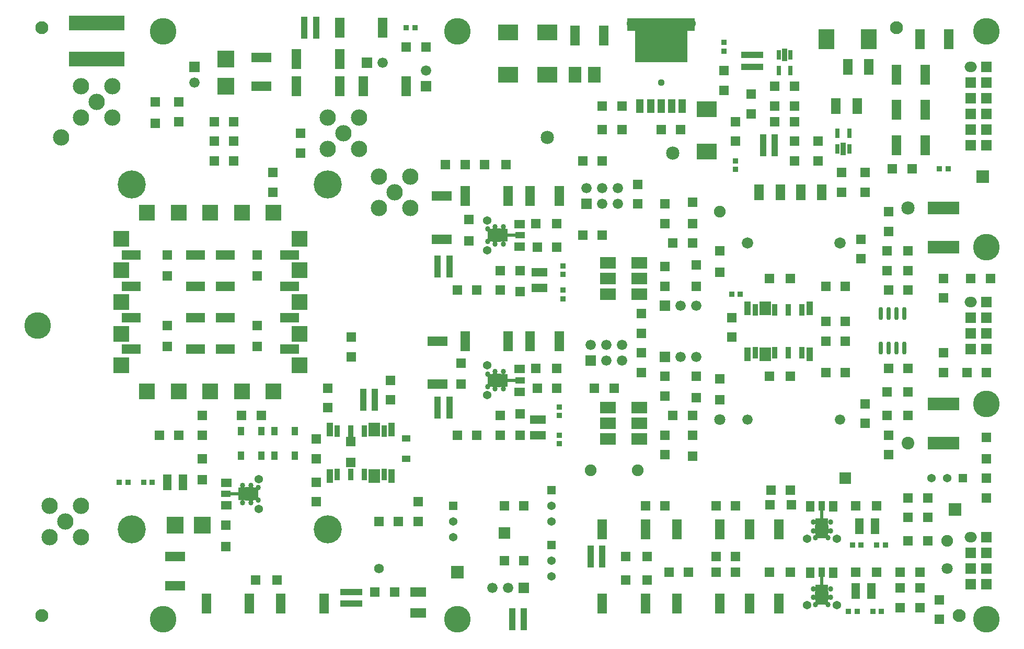
<source format=gts>
*%FSLAX24Y24*%
*%MOIN*%
G01*
%ADD11C,0.0000*%
%ADD12C,0.0050*%
%ADD13C,0.0060*%
%ADD14C,0.0073*%
%ADD15C,0.0080*%
%ADD16C,0.0098*%
%ADD17C,0.0100*%
%ADD18C,0.0120*%
%ADD19C,0.0150*%
%ADD20C,0.0160*%
%ADD21C,0.0160*%
%ADD22C,0.0200*%
%ADD23C,0.0240*%
%ADD24O,0.0240X0.0800*%
%ADD25C,0.0250*%
%ADD26O,0.0280X0.0840*%
%ADD27C,0.0300*%
%ADD28C,0.0300*%
%ADD29C,0.0320*%
%ADD30C,0.0340*%
%ADD31C,0.0360*%
%ADD32C,0.0380*%
%ADD33C,0.0394*%
%ADD34C,0.0400*%
%ADD35C,0.0400*%
%ADD36C,0.0434*%
%ADD37C,0.0440*%
%ADD38C,0.0460*%
%ADD39C,0.0480*%
%ADD40C,0.0480*%
%ADD41C,0.0500*%
%ADD42C,0.0500*%
%ADD43C,0.0520*%
%ADD44C,0.0540*%
%ADD45C,0.0560*%
%ADD46C,0.0580*%
%ADD47C,0.0600*%
%ADD48C,0.0620*%
%ADD49C,0.0650*%
%ADD50C,0.0660*%
%ADD51C,0.0670*%
%ADD52C,0.0680*%
%ADD53C,0.0700*%
%ADD54C,0.0710*%
%ADD55C,0.0720*%
%ADD56O,0.0750X0.0620*%
%ADD57C,0.0750*%
%ADD58C,0.0760*%
%ADD59O,0.0790X0.0660*%
%ADD60C,0.0810*%
%ADD61C,0.0827*%
%ADD62C,0.0850*%
%ADD63C,0.0870*%
%ADD64C,0.1000*%
%ADD65C,0.1040*%
%ADD66C,0.1299*%
%ADD67C,0.1299*%
%ADD68C,0.1499*%
%ADD69C,0.1600*%
%ADD70C,0.1700*%
%ADD71C,0.1750*%
%ADD72C,0.1790*%
%ADD73C,0.2000*%
%ADD74C,0.2299*%
%ADD75C,0.2299*%
%ADD76R,0.0200X0.0200*%
%ADD77R,0.0200X0.0500*%
%ADD78R,0.0200X0.0650*%
%ADD79R,0.0200X0.1600*%
%ADD80R,0.0240X0.0700*%
%ADD81R,0.0280X0.0600*%
%ADD82R,0.0300X0.0300*%
%ADD83R,0.0300X0.0300*%
%ADD84R,0.0300X0.0600*%
%ADD85R,0.0300X0.0650*%
%ADD86R,0.0300X0.0700*%
%ADD87R,0.0315X0.0709*%
%ADD88R,0.0320X0.0560*%
%ADD89R,0.0320X0.0640*%
%ADD90R,0.0335X0.0758*%
%ADD91R,0.0340X0.0340*%
%ADD92R,0.0340X0.0700*%
%ADD93R,0.0340X0.0800*%
%ADD94R,0.0344X0.0787*%
%ADD95R,0.0344X0.0797*%
%ADD96R,0.0350X0.0700*%
%ADD97R,0.0350X0.0800*%
%ADD98R,0.0354X0.0787*%
%ADD99R,0.0355X0.0749*%
%ADD100R,0.0360X0.0600*%
%ADD101R,0.0360X0.1300*%
%ADD102R,0.0394X0.0827*%
%ADD103R,0.0400X0.0200*%
%ADD104R,0.0400X0.0400*%
%ADD105R,0.0400X0.0500*%
%ADD106R,0.0400X0.0640*%
%ADD107R,0.0400X0.0750*%
%ADD108R,0.0400X0.1350*%
%ADD109R,0.0420X0.0850*%
%ADD110R,0.0434X0.0867*%
%ADD111R,0.0440X0.0540*%
%ADD112R,0.0440X0.1390*%
%ADD113R,0.0460X0.0890*%
%ADD114R,0.0500X0.0200*%
%ADD115R,0.0500X0.0400*%
%ADD116R,0.0500X0.0500*%
%ADD117R,0.0500X0.0500*%
%ADD118R,0.0500X0.0850*%
%ADD119R,0.0500X0.1000*%
%ADD120R,0.0500X0.1200*%
%ADD121R,0.0540X0.0440*%
%ADD122R,0.0540X0.0540*%
%ADD123R,0.0540X0.0890*%
%ADD124R,0.0540X0.0960*%
%ADD125R,0.0540X0.1040*%
%ADD126R,0.0550X0.0650*%
%ADD127R,0.0550X0.0780*%
%ADD128R,0.0550X0.0800*%
%ADD129R,0.0560X0.0320*%
%ADD130R,0.0591X0.1260*%
%ADD131R,0.0600X0.0280*%
%ADD132R,0.0600X0.0360*%
%ADD133R,0.0600X0.0600*%
%ADD134R,0.0600X0.1000*%
%ADD135R,0.0600X0.1200*%
%ADD136R,0.0600X0.1250*%
%ADD137R,0.0620X0.0620*%
%ADD138R,0.0631X0.1300*%
%ADD139R,0.0640X0.0320*%
%ADD140R,0.0640X0.0400*%
%ADD141R,0.0640X0.0640*%
%ADD142R,0.0640X0.1040*%
%ADD143R,0.0640X0.1290*%
%ADD144R,0.0650X0.0200*%
%ADD145R,0.0650X0.0550*%
%ADD146R,0.0650X0.0650*%
%ADD147R,0.0660X0.0660*%
%ADD148R,0.0700X0.0700*%
%ADD149R,0.0700X0.0700*%
%ADD150R,0.0700X0.0900*%
%ADD151R,0.0709X0.0827*%
%ADD152R,0.0740X0.0740*%
%ADD153R,0.0749X0.0867*%
%ADD154R,0.0750X0.0400*%
%ADD155R,0.0750X0.0750*%
%ADD156R,0.0750X0.0750*%
%ADD157R,0.0750X0.0800*%
%ADD158R,0.0790X0.0790*%
%ADD159R,0.0800X0.0750*%
%ADD160R,0.0800X0.0800*%
%ADD161R,0.0800X0.0800*%
%ADD162R,0.0800X0.1000*%
%ADD163R,0.0800X0.1250*%
%ADD164R,0.0840X0.1040*%
%ADD165R,0.0850X0.0500*%
%ADD166R,0.0890X0.0540*%
%ADD167R,0.0900X0.0600*%
%ADD168R,0.0900X0.0900*%
%ADD169R,0.0940X0.0940*%
%ADD170R,0.0960X0.0540*%
%ADD171R,0.0960X0.0960*%
%ADD172R,0.0960X0.1220*%
%ADD173R,0.1000X0.0500*%
%ADD174R,0.1000X0.0600*%
%ADD175R,0.1000X0.0700*%
%ADD176R,0.1000X0.1000*%
%ADD177R,0.1000X0.1000*%
%ADD178R,0.1000X0.1250*%
%ADD179R,0.1040X0.0540*%
%ADD180R,0.1040X0.0640*%
%ADD181R,0.1040X0.0740*%
%ADD182R,0.1040X0.1040*%
%ADD183R,0.1040X0.1290*%
%ADD184R,0.1060X0.1060*%
%ADD185R,0.1140X0.0540*%
%ADD186R,0.1200X0.0500*%
%ADD187R,0.1200X0.0600*%
%ADD188R,0.1200X0.1200*%
%ADD189R,0.1220X0.0960*%
%ADD190R,0.1240X0.0640*%
%ADD191R,0.1250X0.0600*%
%ADD192R,0.1250X0.0800*%
%ADD193R,0.1250X0.1000*%
%ADD194R,0.1260X0.0591*%
%ADD195R,0.1290X0.0640*%
%ADD196R,0.1290X0.1040*%
%ADD197R,0.1300X0.0631*%
%ADD198R,0.1300X0.0360*%
%ADD199R,0.1350X0.0400*%
%ADD200R,0.1390X0.0440*%
%ADD201R,0.1500X0.1500*%
%ADD202R,0.1600X0.0200*%
%ADD203R,0.1600X0.2400*%
%ADD204R,0.1700X0.1700*%
%ADD205R,0.1800X0.1800*%
%ADD206R,0.1900X0.1900*%
%ADD207R,0.2000X0.0750*%
%ADD208R,0.2000X0.2000*%
%ADD209R,0.2040X0.0790*%
%ADD210R,0.2100X0.2100*%
%ADD211R,0.2200X0.2200*%
%ADD212R,0.2400X0.1600*%
%ADD213R,0.2500X0.2500*%
D11*
X90100Y62790D02*
D03*
Y52540D02*
D03*
X88850Y56290D02*
D03*
X90100Y41290D02*
D03*
Y44790D02*
D03*
X87850Y66290D02*
D03*
X87350Y63540D02*
D03*
X88350Y51040D02*
D03*
X87350Y48790D02*
D03*
X87100Y52790D02*
D03*
X87350Y62290D02*
D03*
X88600Y37040D02*
D03*
X88350Y46540D02*
D03*
X87350Y31790D02*
D03*
X87100Y45040D02*
D03*
X88350Y41290D02*
D03*
X87100Y29290D02*
D03*
X85100Y47340D02*
D03*
X86600Y59540D02*
D03*
X85600Y55040D02*
D03*
Y51790D02*
D03*
X86100Y52790D02*
D03*
X86600Y61040D02*
D03*
X85100Y38540D02*
D03*
X86100Y45040D02*
D03*
X86350Y35790D02*
D03*
Y34290D02*
D03*
Y32540D02*
D03*
X84350Y65790D02*
D03*
X84600Y63540D02*
D03*
Y49940D02*
D03*
Y61290D02*
D03*
Y48540D02*
D03*
Y46790D02*
D03*
Y30040D02*
D03*
X83100Y67040D02*
D03*
X82850Y63790D02*
D03*
Y57540D02*
D03*
X82800Y50390D02*
D03*
X83050Y61440D02*
D03*
X83700Y52990D02*
D03*
Y51690D02*
D03*
X83850Y54790D02*
D03*
X83100Y32290D02*
D03*
Y36290D02*
D03*
X83550Y38240D02*
D03*
X83600Y34040D02*
D03*
X83750Y45290D02*
D03*
X83700Y43790D02*
D03*
X83600Y35290D02*
D03*
X83350Y30040D02*
D03*
X82350Y60790D02*
D03*
X80850Y57640D02*
D03*
Y50040D02*
D03*
X81850Y62790D02*
D03*
Y47540D02*
D03*
X82500Y54190D02*
D03*
X81350Y59540D02*
D03*
Y55040D02*
D03*
X81150Y61390D02*
D03*
X80850Y41790D02*
D03*
Y44790D02*
D03*
X81850Y34040D02*
D03*
Y38040D02*
D03*
X82350Y40790D02*
D03*
X82300Y45940D02*
D03*
X82100Y39290D02*
D03*
X81100Y46540D02*
D03*
X79500Y59390D02*
D03*
X79300Y61440D02*
D03*
X79850Y53040D02*
D03*
X80500Y55340D02*
D03*
X79600Y50040D02*
D03*
Y40540D02*
D03*
X79100Y39290D02*
D03*
X80100Y38040D02*
D03*
X79350Y46790D02*
D03*
X79100Y44790D02*
D03*
X79850Y33790D02*
D03*
X80350Y30040D02*
D03*
X77100Y63540D02*
D03*
X77600Y66290D02*
D03*
X77850Y63790D02*
D03*
X78850Y65040D02*
D03*
X77850Y67040D02*
D03*
X78150Y50640D02*
D03*
X77850Y61540D02*
D03*
Y59540D02*
D03*
X78200Y48390D02*
D03*
X78850Y62790D02*
D03*
X77100Y41040D02*
D03*
X78100Y42040D02*
D03*
X78850Y38040D02*
D03*
X78100Y40290D02*
D03*
X77850Y33790D02*
D03*
X77600Y38040D02*
D03*
X77250Y30140D02*
D03*
X75100Y63540D02*
D03*
X76100Y67540D02*
D03*
X75350Y64790D02*
D03*
X76500Y66690D02*
D03*
X76350Y56290D02*
D03*
X76850Y57290D02*
D03*
X76700Y50640D02*
D03*
X75250Y50790D02*
D03*
X76850Y54040D02*
D03*
X75300Y48390D02*
D03*
X75100Y61540D02*
D03*
Y62540D02*
D03*
X76750Y46290D02*
D03*
X75600Y39290D02*
D03*
X75850Y43290D02*
D03*
X76600Y34540D02*
D03*
X75850Y32290D02*
D03*
X75450Y36640D02*
D03*
X75600Y30040D02*
D03*
X74100Y68040D02*
D03*
X73600Y64290D02*
D03*
X74400Y66990D02*
D03*
X74600Y50790D02*
D03*
X74850Y55790D02*
D03*
X73350Y52790D02*
D03*
X74100Y56290D02*
D03*
X74800Y34440D02*
D03*
X74100Y40290D02*
D03*
X73600Y45290D02*
D03*
X73350Y43540D02*
D03*
X74350Y38040D02*
D03*
X74150Y33640D02*
D03*
X73600Y39040D02*
D03*
X71850Y65790D02*
D03*
X72600Y62590D02*
D03*
X72350Y58040D02*
D03*
X71350D02*
D03*
Y56540D02*
D03*
X72600Y59790D02*
D03*
X71600Y48040D02*
D03*
Y55290D02*
D03*
X72250Y47540D02*
D03*
Y48640D02*
D03*
X72300Y51040D02*
D03*
X72500Y61190D02*
D03*
X72750Y55190D02*
D03*
X71100Y33040D02*
D03*
X71150Y32440D02*
D03*
X71850Y40290D02*
D03*
X71700Y43340D02*
D03*
X72350Y46240D02*
D03*
X72200Y38940D02*
D03*
X72800Y41790D02*
D03*
X70350Y59540D02*
D03*
X70600Y57290D02*
D03*
X69850Y58040D02*
D03*
X69400Y54740D02*
D03*
X69850Y52290D02*
D03*
Y48290D02*
D03*
X70100Y60540D02*
D03*
X70650Y61640D02*
D03*
X69600Y40290D02*
D03*
X70100Y38790D02*
D03*
X69850Y41540D02*
D03*
Y44540D02*
D03*
X70100Y34790D02*
D03*
X70350Y36540D02*
D03*
X70850Y30040D02*
D03*
X68350Y62040D02*
D03*
X68600Y60540D02*
D03*
X68350Y33290D02*
D03*
X68850Y38040D02*
D03*
X68350Y43290D02*
D03*
X68600Y34790D02*
D03*
X68700Y29140D02*
D03*
X68100Y56790D02*
D03*
Y58040D02*
D03*
Y54540D02*
D03*
Y52790D02*
D03*
Y50790D02*
D03*
X67600Y40290D02*
D03*
X68100Y41540D02*
D03*
Y38790D02*
D03*
X65350Y64790D02*
D03*
X66100Y66790D02*
D03*
X65600Y68290D02*
D03*
X66350Y53790D02*
D03*
X66100Y50790D02*
D03*
Y52790D02*
D03*
X65850Y49790D02*
D03*
X66100Y51790D02*
D03*
X66250Y55240D02*
D03*
X66350Y48290D02*
D03*
X65600Y55790D02*
D03*
X66350Y41540D02*
D03*
X66100Y43540D02*
D03*
X65600Y32040D02*
D03*
X65850Y38790D02*
D03*
X66100Y42540D02*
D03*
Y36540D02*
D03*
X66500Y45540D02*
D03*
X66350Y40290D02*
D03*
X65600Y40540D02*
D03*
X66600Y30040D02*
D03*
X64350Y66040D02*
D03*
X63850Y63040D02*
D03*
X65100Y53540D02*
D03*
X63850Y50790D02*
D03*
Y51790D02*
D03*
Y52790D02*
D03*
X64100Y62040D02*
D03*
X64300Y48340D02*
D03*
X63850Y55290D02*
D03*
X65100Y49040D02*
D03*
X63600Y49540D02*
D03*
X65100Y50040D02*
D03*
X63350Y36040D02*
D03*
X64100Y41540D02*
D03*
Y42540D02*
D03*
Y43540D02*
D03*
X64900Y45740D02*
D03*
X63900Y36740D02*
D03*
X63850Y35290D02*
D03*
X63500Y34590D02*
D03*
Y33540D02*
D03*
X64850Y40290D02*
D03*
X64350Y38040D02*
D03*
X63350Y39290D02*
D03*
X63600Y31040D02*
D03*
X62350Y68290D02*
D03*
X62100Y63040D02*
D03*
Y60540D02*
D03*
Y61540D02*
D03*
X62850Y56140D02*
D03*
X62800Y53790D02*
D03*
X62100Y49540D02*
D03*
X61850Y58540D02*
D03*
X62430Y44150D02*
D03*
X62100Y46790D02*
D03*
X62600Y40540D02*
D03*
X61350Y29540D02*
D03*
X63000Y29990D02*
D03*
X60100Y67040D02*
D03*
X59350Y63040D02*
D03*
X60100Y68290D02*
D03*
X60600Y63040D02*
D03*
X59400Y59040D02*
D03*
X60100Y59790D02*
D03*
X60600Y61540D02*
D03*
Y54540D02*
D03*
Y49540D02*
D03*
Y52990D02*
D03*
Y58540D02*
D03*
X59600Y40790D02*
D03*
X60600Y43790D02*
D03*
Y40290D02*
D03*
Y38290D02*
D03*
Y36290D02*
D03*
X60200Y45390D02*
D03*
X57850Y66040D02*
D03*
X57600Y67540D02*
D03*
X57350Y64290D02*
D03*
X58100Y63040D02*
D03*
X57850Y49540D02*
D03*
X57350Y37290D02*
D03*
Y35040D02*
D03*
X57600Y40790D02*
D03*
Y43040D02*
D03*
X57850Y33790D02*
D03*
X57600Y30040D02*
D03*
X56350Y64040D02*
D03*
X56850Y58040D02*
D03*
X55850Y53290D02*
D03*
X55600Y60790D02*
D03*
X57100Y50040D02*
D03*
Y52040D02*
D03*
X56350Y60040D02*
D03*
X56850Y48040D02*
D03*
X55600Y54290D02*
D03*
X55850Y43540D02*
D03*
X55600Y40790D02*
D03*
X56850Y33040D02*
D03*
X56350Y42540D02*
D03*
X55350Y65790D02*
D03*
X54850Y64290D02*
D03*
X54100Y59540D02*
D03*
Y58540D02*
D03*
X54850Y61790D02*
D03*
Y60790D02*
D03*
X55100Y48790D02*
D03*
Y50290D02*
D03*
X54350Y45790D02*
D03*
Y31790D02*
D03*
X54500Y32940D02*
D03*
X54100Y41040D02*
D03*
X55100Y46540D02*
D03*
X55350Y34040D02*
D03*
Y39790D02*
D03*
X54600Y37290D02*
D03*
Y35290D02*
D03*
Y38790D02*
D03*
X54100Y30540D02*
D03*
X53100Y62290D02*
D03*
Y32940D02*
D03*
X51500Y66840D02*
D03*
X52550Y54790D02*
D03*
X52600Y52790D02*
D03*
X51850Y50540D02*
D03*
Y47790D02*
D03*
X52100Y60790D02*
D03*
X51600Y43040D02*
D03*
X51850Y37290D02*
D03*
Y35290D02*
D03*
X52050Y46040D02*
D03*
X52350Y39540D02*
D03*
X51850Y30540D02*
D03*
X49600Y68290D02*
D03*
Y66540D02*
D03*
X50850Y64040D02*
D03*
X49850Y47790D02*
D03*
X51100Y52040D02*
D03*
X50100Y55290D02*
D03*
X50850Y50540D02*
D03*
Y47790D02*
D03*
X50100Y53290D02*
D03*
X50350Y37290D02*
D03*
X49600Y36040D02*
D03*
Y38040D02*
D03*
X51350Y34540D02*
D03*
Y38290D02*
D03*
X50350Y38240D02*
D03*
X49600Y46040D02*
D03*
X50350Y41290D02*
D03*
Y40040D02*
D03*
X49600Y33290D02*
D03*
X49850Y34790D02*
D03*
X50600Y46040D02*
D03*
X51350D02*
D03*
X49600Y43040D02*
D03*
X49850Y30540D02*
D03*
X48600Y53290D02*
D03*
X49350Y52040D02*
D03*
X48600Y55290D02*
D03*
X49350Y58540D02*
D03*
X48600Y37040D02*
D03*
X48100Y43040D02*
D03*
X47600Y38290D02*
D03*
X48100Y46040D02*
D03*
X48850Y32540D02*
D03*
X47600Y33290D02*
D03*
X48850Y30040D02*
D03*
X47100Y66790D02*
D03*
X46350Y60290D02*
D03*
Y62290D02*
D03*
X46100Y53290D02*
D03*
Y51290D02*
D03*
Y49290D02*
D03*
X47100Y55290D02*
D03*
X46600Y36790D02*
D03*
X47350Y45540D02*
D03*
X45850Y40540D02*
D03*
Y42040D02*
D03*
Y32040D02*
D03*
X46100Y35040D02*
D03*
Y33290D02*
D03*
X44350Y64040D02*
D03*
X45100Y67790D02*
D03*
X44350Y65790D02*
D03*
X45500Y55390D02*
D03*
X44600Y48290D02*
D03*
X45350Y58040D02*
D03*
X44350Y52290D02*
D03*
Y50290D02*
D03*
X43850Y54040D02*
D03*
X45100Y56540D02*
D03*
X44350Y60540D02*
D03*
X45100Y39540D02*
D03*
Y43040D02*
D03*
X43850Y33290D02*
D03*
X45350Y44540D02*
D03*
X43850Y35040D02*
D03*
X44350Y46040D02*
D03*
X42100Y50290D02*
D03*
X43100Y60040D02*
D03*
X43600Y50290D02*
D03*
X41850Y54040D02*
D03*
X43100Y62790D02*
D03*
X42850Y56540D02*
D03*
X42100Y58040D02*
D03*
X41850Y35040D02*
D03*
Y39790D02*
D03*
X42850Y44540D02*
D03*
Y46040D02*
D03*
X41850Y33290D02*
D03*
X43350Y30040D02*
D03*
X40850Y66790D02*
D03*
X40100Y62540D02*
D03*
X40600Y58040D02*
D03*
X40850Y52290D02*
D03*
Y48290D02*
D03*
Y54540D02*
D03*
X41350Y62540D02*
D03*
X40850Y56540D02*
D03*
Y50290D02*
D03*
X41600Y36290D02*
D03*
X40350Y33540D02*
D03*
X41350Y32040D02*
D03*
X40100Y39790D02*
D03*
Y38040D02*
D03*
Y37040D02*
D03*
Y35040D02*
D03*
X40350Y40790D02*
D03*
X40850Y43790D02*
D03*
Y44540D02*
D03*
Y46040D02*
D03*
Y42290D02*
D03*
X41350Y30290D02*
D03*
X38900Y62540D02*
D03*
X39100Y59790D02*
D03*
X37850Y50290D02*
D03*
X38100Y53790D02*
D03*
X38850Y52290D02*
D03*
Y50290D02*
D03*
Y48290D02*
D03*
Y56040D02*
D03*
Y58040D02*
D03*
X39100Y61290D02*
D03*
X37850Y46540D02*
D03*
X38350Y40790D02*
D03*
X38600Y39790D02*
D03*
X38850Y38040D02*
D03*
X39100Y33540D02*
D03*
X38850Y44540D02*
D03*
X39100Y29540D02*
D03*
X38350Y30790D02*
D03*
X37100Y66040D02*
D03*
Y63540D02*
D03*
Y65040D02*
D03*
Y61290D02*
D03*
X37600Y37540D02*
D03*
X36350Y59790D02*
D03*
X36100Y52540D02*
D03*
Y54290D02*
D03*
Y48040D02*
D03*
X36350Y50290D02*
D03*
X36850Y56040D02*
D03*
X36100Y34790D02*
D03*
Y36790D02*
D03*
X35850Y41790D02*
D03*
X36100Y33540D02*
D03*
X36350Y39540D02*
D03*
Y38040D02*
D03*
X36850Y44540D02*
D03*
X36100Y31290D02*
D03*
X35600Y66540D02*
D03*
X34600D02*
D03*
X35100Y68040D02*
D03*
X34600Y67290D02*
D03*
X35600Y63540D02*
D03*
Y65040D02*
D03*
X34600Y64040D02*
D03*
X35350Y52290D02*
D03*
Y50290D02*
D03*
Y48290D02*
D03*
X34600Y62040D02*
D03*
X35600Y60790D02*
D03*
X34350Y42290D02*
D03*
Y44540D02*
D03*
X35100Y30040D02*
D03*
X32600Y66540D02*
D03*
Y67290D02*
D03*
X33600D02*
D03*
X32850Y52290D02*
D03*
Y54290D02*
D03*
Y50290D02*
D03*
Y48290D02*
D03*
X33600Y51290D02*
D03*
Y49290D02*
D03*
Y47290D02*
D03*
Y53290D02*
D03*
X32600Y61040D02*
D03*
X33350Y38790D02*
D03*
X32850Y46290D02*
D03*
X30450Y65490D02*
D03*
X31600Y66540D02*
D03*
X30600D02*
D03*
X30350Y68040D02*
D03*
X31600Y67290D02*
D03*
X30600D02*
D03*
Y64040D02*
D03*
Y62040D02*
D03*
X31350Y42290D02*
D03*
Y43790D02*
D03*
Y38540D02*
D03*
Y40290D02*
D03*
X29450Y66890D02*
D03*
X28600Y59290D02*
D03*
Y62040D02*
D03*
X29100Y31790D02*
D03*
X29850Y42290D02*
D03*
Y38540D02*
D03*
Y40290D02*
D03*
D26*
X84100Y47340D02*
D03*
X83600D02*
D03*
X83100D02*
D03*
X82600D02*
D03*
Y49540D02*
D03*
X83100D02*
D03*
X83600D02*
D03*
X84100D02*
D03*
D30*
X79250Y30990D02*
D03*
X78300Y31440D02*
D03*
X79400D02*
D03*
X78300Y31990D02*
D03*
X79400D02*
D03*
X78450Y30990D02*
D03*
X79250Y35240D02*
D03*
X78300Y35690D02*
D03*
X79400D02*
D03*
X78300Y36240D02*
D03*
X79400D02*
D03*
X78450Y35240D02*
D03*
X57550Y54140D02*
D03*
X58000Y55090D02*
D03*
Y53990D02*
D03*
X58550Y55090D02*
D03*
Y53990D02*
D03*
X57550Y54940D02*
D03*
Y44890D02*
D03*
X58000Y45840D02*
D03*
Y44740D02*
D03*
X58550Y45840D02*
D03*
Y44740D02*
D03*
X57550Y45690D02*
D03*
X42900Y38440D02*
D03*
X42450Y37490D02*
D03*
Y38590D02*
D03*
X41900Y37490D02*
D03*
Y38590D02*
D03*
X42900Y37640D02*
D03*
D36*
X87600Y30290D02*
D03*
X83600Y67790D02*
D03*
X29100D02*
D03*
Y30290D02*
D03*
D37*
X70600Y68040D02*
D03*
X69600D02*
D03*
X68600Y64290D02*
D03*
Y68040D02*
D03*
X67600D02*
D03*
X66600D02*
D03*
D44*
X86850Y39040D02*
D03*
X85850D02*
D03*
X79800Y30940D02*
D03*
X77900D02*
D03*
X79800Y35190D02*
D03*
X77900D02*
D03*
X57500Y53590D02*
D03*
Y55490D02*
D03*
Y44340D02*
D03*
Y46240D02*
D03*
X55350Y36290D02*
D03*
Y35290D02*
D03*
X61600Y33790D02*
D03*
Y32790D02*
D03*
Y37290D02*
D03*
Y36290D02*
D03*
X42950Y38990D02*
D03*
Y37090D02*
D03*
D48*
X50600Y33290D02*
D03*
D50*
X69850Y50040D02*
D03*
X70850D02*
D03*
X69850Y46790D02*
D03*
X70850D02*
D03*
X80006Y42790D02*
D03*
X74100D02*
D03*
X53600Y65040D02*
D03*
X64850Y56540D02*
D03*
Y57540D02*
D03*
X65850Y56540D02*
D03*
Y57540D02*
D03*
X63850D02*
D03*
X58850Y32040D02*
D03*
X57850D02*
D03*
X65100Y46540D02*
D03*
Y47540D02*
D03*
X66100Y46540D02*
D03*
Y47540D02*
D03*
X64100D02*
D03*
X50850Y65540D02*
D03*
X38850Y64290D02*
D03*
D54*
X86850Y33290D02*
D03*
X72350Y42790D02*
D03*
D55*
X74100Y54040D02*
D03*
X80006D02*
D03*
D57*
X86850Y35040D02*
D03*
X72350Y56040D02*
D03*
X64100Y39540D02*
D03*
X67100D02*
D03*
D59*
X88350Y65290D02*
D03*
Y50290D02*
D03*
Y35290D02*
D03*
D60*
X84350Y41290D02*
D03*
D61*
X87600Y30290D02*
D03*
X83600Y67790D02*
D03*
X29100D02*
D03*
Y30290D02*
D03*
D62*
X84350Y56290D02*
D03*
X69350Y59790D02*
D03*
X61350Y60790D02*
D03*
D65*
X48350Y61040D02*
D03*
X47350Y62040D02*
D03*
X49350Y60040D02*
D03*
X47350D02*
D03*
X49350Y62040D02*
D03*
X52600Y58290D02*
D03*
X50600Y56290D02*
D03*
X52600D02*
D03*
X50600Y58290D02*
D03*
X51600Y57290D02*
D03*
X32600Y63040D02*
D03*
X31600Y64040D02*
D03*
X33600Y62040D02*
D03*
X31600D02*
D03*
X33600Y64040D02*
D03*
X30350Y60790D02*
D03*
X31600Y37290D02*
D03*
X29600Y35290D02*
D03*
X31600D02*
D03*
X29600Y37290D02*
D03*
X30600Y36290D02*
D03*
D70*
X89350Y67540D02*
D03*
Y53790D02*
D03*
Y43790D02*
D03*
Y30040D02*
D03*
X55600Y67540D02*
D03*
Y30040D02*
D03*
X36850Y67540D02*
D03*
X28850Y48790D02*
D03*
X36850Y30040D02*
D03*
D72*
X34850Y57790D02*
D03*
X47350D02*
D03*
Y35790D02*
D03*
X34850D02*
D03*
D77*
X78850Y32340D02*
D03*
Y36590D02*
D03*
D79*
Y32090D02*
D03*
Y36340D02*
D03*
D84*
X76850Y66040D02*
D03*
X76100D02*
D03*
X76850Y65040D02*
D03*
X76100D02*
D03*
X79850Y60040D02*
D03*
X80600D02*
D03*
X79850Y61040D02*
D03*
X80600D02*
D03*
D89*
X79600Y33040D02*
D03*
X78100D02*
D03*
X79600Y37290D02*
D03*
X78100D02*
D03*
D91*
X86900Y58790D02*
D03*
X86350D02*
D03*
X72600Y66290D02*
D03*
Y66840D02*
D03*
X73350Y59290D02*
D03*
Y58740D02*
D03*
X73650Y50790D02*
D03*
X73100D02*
D03*
X82350Y34790D02*
D03*
X82900D02*
D03*
X80800D02*
D03*
X81350D02*
D03*
X80550Y30540D02*
D03*
X81100D02*
D03*
X82100D02*
D03*
X82650D02*
D03*
X62350Y51040D02*
D03*
Y50490D02*
D03*
Y52590D02*
D03*
Y52040D02*
D03*
X62100Y41790D02*
D03*
Y41240D02*
D03*
Y43590D02*
D03*
Y43040D02*
D03*
X52900Y67790D02*
D03*
X52350D02*
D03*
X35600Y38790D02*
D03*
X36150D02*
D03*
X34050D02*
D03*
X34600D02*
D03*
D93*
X76480Y66040D02*
D03*
X80220Y60040D02*
D03*
D99*
X75860Y49796D02*
D03*
X77592D02*
D03*
X76726D02*
D03*
X74600D02*
D03*
Y47040D02*
D03*
X77592D02*
D03*
X76726D02*
D03*
X75860D02*
D03*
X49690Y39284D02*
D03*
X47958D02*
D03*
X48824D02*
D03*
X50950D02*
D03*
Y42040D02*
D03*
X47958D02*
D03*
X48824D02*
D03*
X49690D02*
D03*
D106*
X78850Y33040D02*
D03*
Y37290D02*
D03*
D110*
X74128Y49894D02*
D03*
X78065D02*
D03*
Y46942D02*
D03*
X74128Y46942D02*
D03*
X51422Y39186D02*
D03*
X47485D02*
D03*
Y42138D02*
D03*
X51422D02*
D03*
D111*
X41800Y42040D02*
D03*
X43100D02*
D03*
Y40490D02*
D03*
X41800D02*
D03*
X45250D02*
D03*
X43950D02*
D03*
Y42040D02*
D03*
X45250D02*
D03*
D112*
X75850Y60290D02*
D03*
X75100D02*
D03*
X54350Y52540D02*
D03*
X55100D02*
D03*
Y43540D02*
D03*
X54350D02*
D03*
X64850Y34040D02*
D03*
X64100D02*
D03*
X59850Y30040D02*
D03*
X59100D02*
D03*
X46600Y67790D02*
D03*
X45850D02*
D03*
X50350Y44040D02*
D03*
X49600D02*
D03*
D113*
X67260Y62790D02*
D03*
X67930D02*
D03*
X68600D02*
D03*
X69270D02*
D03*
X69940D02*
D03*
D114*
X58900Y54540D02*
D03*
Y45290D02*
D03*
X41550Y38040D02*
D03*
D121*
X52350Y41590D02*
D03*
Y40290D02*
D03*
D122*
X87850Y39040D02*
D03*
X55350Y37290D02*
D03*
X61600Y34790D02*
D03*
Y38290D02*
D03*
D123*
X58100Y54540D02*
D03*
Y45290D02*
D03*
X42350Y38040D02*
D03*
D125*
X82000Y31840D02*
D03*
X81000D02*
D03*
X82250Y35990D02*
D03*
X81250D02*
D03*
X38100Y38790D02*
D03*
X37100D02*
D03*
D126*
X79575Y33015D02*
D03*
X78125D02*
D03*
X79575Y37265D02*
D03*
X78125D02*
D03*
D138*
X72350Y35790D02*
D03*
X69600D02*
D03*
X72350Y31040D02*
D03*
X69600D02*
D03*
X56100Y47790D02*
D03*
X58850D02*
D03*
Y57040D02*
D03*
X56100D02*
D03*
X67600Y35790D02*
D03*
X64850D02*
D03*
X67600Y31040D02*
D03*
X64850D02*
D03*
X49600Y64040D02*
D03*
X52350D02*
D03*
X45350D02*
D03*
X48100D02*
D03*
Y65790D02*
D03*
X45350D02*
D03*
X50850Y67790D02*
D03*
X48100D02*
D03*
X42350Y31040D02*
D03*
X39600D02*
D03*
X47100D02*
D03*
X44350D02*
D03*
D139*
X59600Y53790D02*
D03*
Y55290D02*
D03*
Y44540D02*
D03*
Y46040D02*
D03*
X40850Y38790D02*
D03*
Y37290D02*
D03*
D140*
X59600Y54540D02*
D03*
Y45290D02*
D03*
X40850Y38040D02*
D03*
D141*
X83350Y58790D02*
D03*
X84600D02*
D03*
X83000Y53540D02*
D03*
X84350D02*
D03*
X83000Y52290D02*
D03*
X84350D02*
D03*
X83100Y51040D02*
D03*
X84350D02*
D03*
X89600Y51790D02*
D03*
X88350D02*
D03*
X86600Y50540D02*
D03*
Y51790D02*
D03*
X83100Y46040D02*
D03*
X84350D02*
D03*
X83000Y44540D02*
D03*
X84350D02*
D03*
X83000Y43040D02*
D03*
X84350D02*
D03*
Y35040D02*
D03*
X85600D02*
D03*
X83850Y33040D02*
D03*
X85100D02*
D03*
X84350Y36540D02*
D03*
Y37790D02*
D03*
X85600Y36540D02*
D03*
Y37790D02*
D03*
X89350Y41640D02*
D03*
Y40290D02*
D03*
Y39040D02*
D03*
Y37790D02*
D03*
X86600Y47040D02*
D03*
Y45790D02*
D03*
X89350D02*
D03*
X88100D02*
D03*
X85100Y32040D02*
D03*
Y30790D02*
D03*
X86350Y30040D02*
D03*
Y31290D02*
D03*
X75850Y64040D02*
D03*
X77100D02*
D03*
X72600Y65040D02*
D03*
Y63790D02*
D03*
X68850Y51290D02*
D03*
Y52540D02*
D03*
X70600Y54040D02*
D03*
X69350D02*
D03*
X68850Y56540D02*
D03*
Y55290D02*
D03*
X70600Y56640D02*
D03*
Y55290D02*
D03*
X72350Y52190D02*
D03*
Y53540D02*
D03*
X73350Y61790D02*
D03*
Y60540D02*
D03*
X74350Y63540D02*
D03*
Y62290D02*
D03*
X77100Y62790D02*
D03*
X75850D02*
D03*
X77100Y61790D02*
D03*
X75850D02*
D03*
X77100Y59290D02*
D03*
Y60540D02*
D03*
X78600Y59290D02*
D03*
Y60540D02*
D03*
X80100Y57290D02*
D03*
Y58540D02*
D03*
X81600Y57290D02*
D03*
Y58540D02*
D03*
X79100Y47790D02*
D03*
X80350D02*
D03*
X79100Y49040D02*
D03*
X80350D02*
D03*
X79100Y51290D02*
D03*
X80350D02*
D03*
X81350Y54290D02*
D03*
Y53040D02*
D03*
X83100Y56040D02*
D03*
Y54790D02*
D03*
X68600Y61290D02*
D03*
X69850D02*
D03*
X70850Y52640D02*
D03*
Y51290D02*
D03*
X73100Y48040D02*
D03*
Y49290D02*
D03*
X76850Y51790D02*
D03*
X75500D02*
D03*
X68850Y40540D02*
D03*
Y41790D02*
D03*
X70600Y43040D02*
D03*
X69350D02*
D03*
X68850Y45540D02*
D03*
Y44290D02*
D03*
X83100Y40540D02*
D03*
Y41790D02*
D03*
X81600Y42540D02*
D03*
Y43790D02*
D03*
X79100Y45790D02*
D03*
X80350D02*
D03*
X76850Y45540D02*
D03*
X75500D02*
D03*
X72350Y45390D02*
D03*
Y44040D02*
D03*
X70850Y44190D02*
D03*
Y45540D02*
D03*
X70600Y40440D02*
D03*
Y41790D02*
D03*
X69100Y33040D02*
D03*
X70350D02*
D03*
X72100D02*
D03*
X73350D02*
D03*
X72100Y34040D02*
D03*
X73350D02*
D03*
X72100Y37290D02*
D03*
X73350D02*
D03*
X76900Y37340D02*
D03*
X75550D02*
D03*
X76850Y38290D02*
D03*
X75600D02*
D03*
X75500Y33040D02*
D03*
X76850D02*
D03*
X81000D02*
D03*
X82350D02*
D03*
X81000Y37290D02*
D03*
X82350D02*
D03*
X67600D02*
D03*
X68850D02*
D03*
X83850Y32040D02*
D03*
Y30790D02*
D03*
X58350Y52290D02*
D03*
Y51040D02*
D03*
X59600Y50940D02*
D03*
Y52290D02*
D03*
X61950Y55290D02*
D03*
X60600D02*
D03*
X61950Y53790D02*
D03*
X60700D02*
D03*
X64850Y54540D02*
D03*
X63600D02*
D03*
X64850Y59290D02*
D03*
X63600D02*
D03*
X56350Y54190D02*
D03*
Y55540D02*
D03*
X56100Y59040D02*
D03*
X54850D02*
D03*
X58700D02*
D03*
X57350D02*
D03*
X56850Y51040D02*
D03*
X55600D02*
D03*
X67350Y48290D02*
D03*
Y49540D02*
D03*
X64850Y62790D02*
D03*
X66100D02*
D03*
X64850Y61290D02*
D03*
X66100D02*
D03*
X67100Y56540D02*
D03*
Y57790D02*
D03*
X56850Y41790D02*
D03*
X55600D02*
D03*
X58350D02*
D03*
Y43040D02*
D03*
X59600Y41790D02*
D03*
Y43140D02*
D03*
X61950Y44790D02*
D03*
X60700D02*
D03*
X61950Y46040D02*
D03*
X60600D02*
D03*
X55850Y46390D02*
D03*
Y45040D02*
D03*
X59850Y33790D02*
D03*
X58600D02*
D03*
X59850Y37290D02*
D03*
X58600D02*
D03*
X53100Y37540D02*
D03*
Y36290D02*
D03*
X67350Y45790D02*
D03*
Y47040D02*
D03*
X65600Y44790D02*
D03*
X64350D02*
D03*
X67700Y34040D02*
D03*
X66350D02*
D03*
X67700Y32540D02*
D03*
X66350D02*
D03*
X53600Y66540D02*
D03*
X52350D02*
D03*
X37850Y61790D02*
D03*
Y63040D02*
D03*
X37100Y47440D02*
D03*
Y48790D02*
D03*
X42850Y47440D02*
D03*
Y48790D02*
D03*
X45600Y59790D02*
D03*
Y61040D02*
D03*
X43850Y57290D02*
D03*
Y58540D02*
D03*
X41350Y59290D02*
D03*
X40100D02*
D03*
Y61790D02*
D03*
Y60540D02*
D03*
X41350D02*
D03*
Y61790D02*
D03*
X37100Y51940D02*
D03*
Y53290D02*
D03*
X42850Y51940D02*
D03*
Y53290D02*
D03*
X36600Y41790D02*
D03*
X37850D02*
D03*
X43100Y43040D02*
D03*
X41850D02*
D03*
X46600Y41540D02*
D03*
Y40290D02*
D03*
Y37540D02*
D03*
Y38790D02*
D03*
X48824Y41390D02*
D03*
Y40040D02*
D03*
X51350Y44040D02*
D03*
Y45290D02*
D03*
X48850Y48040D02*
D03*
Y46790D02*
D03*
X47350Y44790D02*
D03*
Y43540D02*
D03*
X39350Y41790D02*
D03*
Y43040D02*
D03*
Y38940D02*
D03*
Y40290D02*
D03*
X40850Y34690D02*
D03*
Y36040D02*
D03*
X42750Y32540D02*
D03*
X44100D02*
D03*
X50350Y31790D02*
D03*
X51600D02*
D03*
X51850Y36290D02*
D03*
X50600D02*
D03*
X36350Y61690D02*
D03*
Y63040D02*
D03*
D142*
X80500Y65290D02*
D03*
X81850D02*
D03*
X76200Y57290D02*
D03*
X74850D02*
D03*
X79750Y62790D02*
D03*
X81100D02*
D03*
X77500Y57290D02*
D03*
X78850D02*
D03*
D143*
X86950Y67040D02*
D03*
X85100D02*
D03*
X85450Y64790D02*
D03*
X83600D02*
D03*
X85450Y60290D02*
D03*
X83600D02*
D03*
X85450Y62540D02*
D03*
X83600D02*
D03*
X74250Y35790D02*
D03*
X76100D02*
D03*
X74250Y31040D02*
D03*
X76100D02*
D03*
X64950Y67290D02*
D03*
X63100D02*
D03*
X60250Y47790D02*
D03*
X62100D02*
D03*
X60250Y57040D02*
D03*
X62100D02*
D03*
D145*
X59575Y53815D02*
D03*
Y55265D02*
D03*
Y44565D02*
D03*
Y46015D02*
D03*
X40875Y38765D02*
D03*
Y37315D02*
D03*
D147*
X88350Y63290D02*
D03*
X89350Y64290D02*
D03*
Y63290D02*
D03*
Y62290D02*
D03*
X88350Y64290D02*
D03*
Y62290D02*
D03*
Y61290D02*
D03*
X89350D02*
D03*
X88350Y60290D02*
D03*
X89350Y65290D02*
D03*
Y60290D02*
D03*
X88350Y48290D02*
D03*
X89350Y49290D02*
D03*
Y48290D02*
D03*
Y47290D02*
D03*
X88350Y49290D02*
D03*
Y47290D02*
D03*
X89350Y50290D02*
D03*
X88350Y33290D02*
D03*
X89350Y34290D02*
D03*
Y33290D02*
D03*
Y32290D02*
D03*
X88350Y34290D02*
D03*
Y32290D02*
D03*
X89350Y35290D02*
D03*
X68850Y50040D02*
D03*
Y46790D02*
D03*
X53600Y64040D02*
D03*
X63850Y56540D02*
D03*
X59850Y32040D02*
D03*
X64100Y46540D02*
D03*
X49850Y65540D02*
D03*
X38850Y65290D02*
D03*
D152*
X80350Y39040D02*
D03*
D153*
X75230Y49894D02*
D03*
Y46942D02*
D03*
X50320Y39186D02*
D03*
Y42138D02*
D03*
D155*
X58600Y35540D02*
D03*
D158*
X66850Y67990D02*
X70350D01*
D160*
X89100Y58290D02*
D03*
X87350Y37040D02*
D03*
X55600Y33040D02*
D03*
D163*
X78850Y31615D02*
D03*
D03*
D03*
Y35865D02*
D03*
D03*
D03*
D164*
X64350Y64790D02*
D03*
X63100D02*
D03*
D166*
X78850Y31540D02*
D03*
Y35790D02*
D03*
D169*
X33900Y68090D02*
X31300D01*
Y65790D02*
X33900D01*
D179*
X60850Y52190D02*
D03*
Y51190D02*
D03*
X60750Y42790D02*
D03*
Y41790D02*
D03*
D180*
X53100Y30440D02*
D03*
Y31790D02*
D03*
D181*
X67200Y50790D02*
D03*
Y51790D02*
D03*
Y52790D02*
D03*
X65200Y51790D02*
D03*
Y52790D02*
D03*
Y50790D02*
D03*
X67200Y41540D02*
D03*
Y42540D02*
D03*
Y43540D02*
D03*
X65200Y42540D02*
D03*
Y43540D02*
D03*
Y41540D02*
D03*
D182*
X41870Y56000D02*
D03*
X34190Y52310D02*
D03*
Y50290D02*
D03*
Y48270D02*
D03*
Y46250D02*
D03*
X35810Y44580D02*
D03*
X37830D02*
D03*
X43890D02*
D03*
X45560Y46250D02*
D03*
Y48270D02*
D03*
Y50290D02*
D03*
Y52310D02*
D03*
X43890Y56000D02*
D03*
X37830D02*
D03*
X34190Y54330D02*
D03*
X35810Y56000D02*
D03*
X39850Y44580D02*
D03*
X45560Y54330D02*
D03*
X39850Y56000D02*
D03*
X41870Y44580D02*
D03*
D183*
X79150Y67040D02*
D03*
X81850D02*
D03*
D184*
X40850Y65790D02*
D03*
Y64040D02*
D03*
X37600Y36040D02*
D03*
X39350D02*
D03*
D190*
X44900Y53290D02*
D03*
X40800Y51290D02*
D03*
Y49290D02*
D03*
Y47290D02*
D03*
X44900Y49290D02*
D03*
Y51290D02*
D03*
X40800Y53290D02*
D03*
X44900Y47290D02*
D03*
X38900Y53290D02*
D03*
X34800Y51290D02*
D03*
Y49290D02*
D03*
Y47290D02*
D03*
X38900Y49290D02*
D03*
Y51290D02*
D03*
X34800Y53290D02*
D03*
X38900Y47290D02*
D03*
D192*
X58175Y54540D02*
D03*
D03*
D03*
Y45290D02*
D03*
D03*
D03*
X42275Y38040D02*
D03*
D03*
D03*
D195*
X43100Y65890D02*
D03*
Y64040D02*
D03*
X37600Y32190D02*
D03*
Y34040D02*
D03*
D196*
X71500Y59890D02*
D03*
Y62590D02*
D03*
X61350Y67490D02*
D03*
Y64790D02*
D03*
X58850Y67490D02*
D03*
Y64790D02*
D03*
D197*
X54600Y57040D02*
D03*
Y54290D02*
D03*
X54350Y47790D02*
D03*
Y45040D02*
D03*
D200*
X74400Y65290D02*
D03*
Y66040D02*
D03*
X48850Y31790D02*
D03*
Y31040D02*
D03*
D202*
X58650Y54540D02*
D03*
Y45290D02*
D03*
X41800Y38040D02*
D03*
D209*
X86600Y56290D02*
D03*
Y53790D02*
D03*
Y41290D02*
D03*
Y43790D02*
D03*
D213*
X68180Y66845D02*
X69020D01*
Y67135D01*
X68180D01*
Y66845D01*
D02*
M02*

</source>
